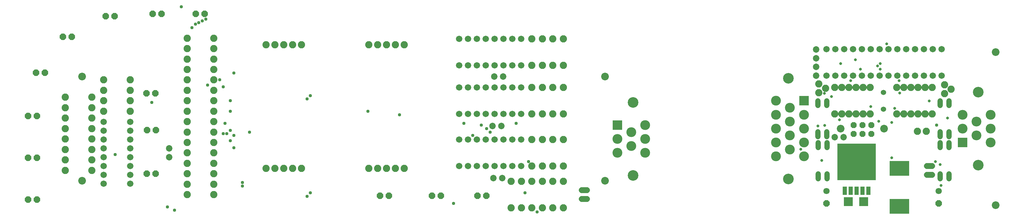
<source format=gts>
%MOIN*%
%OFA0B0*%
%FSLAX34Y34*%
%IPPOS*%
%LPD*%
%AMOC8*
5,1,8,0,0,$1,22.5*%
%AMOC80*
5,1,8,0,0,$1,22.5*%
%ADD10C,0.086740157480314953*%
%ADD11C,0.060000000000000005*%
%ADD12C,0.082000000000000017*%
%ADD13C,0.072000000000000008*%
%ADD14C,0.060000000000000005*%
%ADD15C,0.073000000000000009*%
%ADD16R,0.10248818897637797X0.10248818897637797*%
%ADD17R,0.22453543307086615X0.16548031496062993*%
%ADD18R,0.43319685039370082X0.41784251968503944*%
%ADD19R,0.05X0.093000000000000013*%
%ADD20R,0.11134645669291339X0.11134645669291339*%
%ADD21C,0.11134645669291339*%
%ADD22C,0.12020472440944882*%
%ADD23P,0.076849685039370091X8X292.5*%
%ADD24C,0.071*%
%ADD25C,0.068*%
%ADD26P,0.073602519685039378X8X22.5*%
%ADD27C,0.037779527559055122*%
%ADD28C,0.031874015748031496*%
%ADD39C,0.086740157480314953*%
%ADD40P,0.080096850393700791X8X22.5*%
%ADD41C,0.082000000000000017*%
%ADD42C,0.072000000000000008*%
%ADD43C,0.073000000000000009*%
%ADD44C,0.068*%
%ADD45R,0.11134645669291339X0.11134645669291339*%
%ADD46C,0.11134645669291339*%
%ADD47C,0.12020472440944882*%
%ADD48C,0.037779527559055122*%
G75*
%LPD*%
G01*
D10*
X0090551Y0005905D02*
X0116929Y0024409D03*
X0099409Y0015748D03*
X0116929Y0007086D03*
X0104330Y0015748D03*
D11*
X0096874Y0010610D02*
X0096874Y0010090D01*
X0097874Y0010090D02*
X0097874Y0010610D01*
X0097874Y0013610D02*
X0097874Y0014130D01*
X0096874Y0014130D02*
X0096874Y0013610D01*
D12*
X0098740Y0020397D03*
X0098740Y0017397D03*
X0099543Y0017397D03*
X0099543Y0020397D03*
D11*
X0110641Y0015370D02*
X0110641Y0014850D01*
X0111641Y0014850D02*
X0111641Y0015370D01*
X0111641Y0018370D02*
X0111641Y0018890D01*
X0110641Y0018890D02*
X0110641Y0018370D01*
D12*
X0111141Y0020716D03*
X0111891Y0020216D03*
X0111141Y0019716D03*
X0108960Y0017397D03*
X0108960Y0020397D03*
D11*
X0096862Y0015370D02*
X0096862Y0014850D01*
X0097862Y0014850D02*
X0097862Y0015370D01*
X0097862Y0018370D02*
X0097862Y0018890D01*
X0096862Y0018890D02*
X0096862Y0018370D01*
D12*
X0096968Y0020814D03*
X0097718Y0020314D03*
X0096968Y0019814D03*
X0100347Y0017397D03*
X0100347Y0020397D03*
D11*
X0110641Y0010610D02*
X0110641Y0010090D01*
X0111641Y0010090D02*
X0111641Y0010610D01*
X0111641Y0013610D02*
X0111641Y0014130D01*
X0110641Y0014130D02*
X0110641Y0013610D01*
D12*
X0108156Y0020397D03*
X0108156Y0017397D03*
X0101151Y0020397D03*
X0101151Y0017397D03*
X0107352Y0017397D03*
X0107352Y0020397D03*
X0106549Y0020397D03*
X0106549Y0017397D03*
D13*
X0110830Y0024728D03*
X0109830Y0024728D03*
X0108830Y0024728D03*
X0107830Y0024728D03*
X0106830Y0024728D03*
X0105830Y0024728D03*
X0104830Y0024728D03*
X0103830Y0024728D03*
X0102830Y0024728D03*
X0101830Y0024728D03*
X0100830Y0024728D03*
X0099830Y0024728D03*
X0098830Y0024728D03*
X0097830Y0024728D03*
X0097830Y0021728D03*
X0098830Y0021728D03*
X0099830Y0021728D03*
X0100830Y0021728D03*
X0101830Y0021728D03*
X0102830Y0021728D03*
X0103830Y0021728D03*
X0104830Y0021728D03*
X0105830Y0021728D03*
X0106830Y0021728D03*
X0107830Y0021728D03*
X0108830Y0021728D03*
X0109830Y0021728D03*
X0110830Y0021728D03*
D14*
X0104251Y0019847D03*
X0104251Y0017947D03*
D15*
X0096653Y0024712D03*
X0096653Y0023712D03*
X0096653Y0022744D03*
X0096653Y0021744D03*
D12*
X0105745Y0020397D03*
X0105745Y0017397D03*
D16*
X0100275Y0007480D03*
X0102007Y0007480D03*
D17*
X0106062Y0006925D03*
X0106062Y0011255D03*
D18*
X0101220Y0011974D03*
D19*
X0099880Y0008694D03*
X0100550Y0008694D03*
X0101220Y0008694D03*
X0101890Y0008694D03*
X0102560Y0008694D03*
D12*
X0108082Y0015433D03*
X0109082Y0015433D03*
X0102758Y0020397D03*
X0102758Y0017397D03*
D20*
X0095275Y0018897D03*
D21*
X0095275Y0017322D03*
X0095275Y0015748D03*
X0095275Y0014173D03*
X0095275Y0012598D03*
X0093700Y0018110D03*
X0093700Y0016535D03*
X0093700Y0014960D03*
X0093700Y0013385D03*
X0092125Y0018897D03*
X0092125Y0017322D03*
X0092125Y0015748D03*
X0092125Y0014173D03*
X0092125Y0012598D03*
D22*
X0093503Y0021456D03*
X0093503Y0010039D03*
D20*
X0113188Y0014173D03*
D21*
X0113188Y0015748D03*
X0113188Y0017322D03*
X0114763Y0014960D03*
X0114763Y0016535D03*
X0116338Y0014173D03*
X0116338Y0015748D03*
X0116338Y0017322D03*
D22*
X0114960Y0011614D03*
X0114960Y0019881D03*
D23*
X0097814Y0007272D03*
D24*
X0097814Y0008672D03*
D23*
X0110472Y0007272D03*
D24*
X0110472Y0008672D03*
D12*
X0101954Y0017397D03*
X0101954Y0020397D03*
X0109763Y0017397D03*
X0109763Y0020397D03*
D25*
X0109748Y0011523D02*
X0109148Y0011523D01*
X0109148Y0010523D02*
X0109748Y0010523D01*
D26*
X0100870Y0015129D03*
X0100870Y0016129D03*
X0101870Y0015129D03*
X0101870Y0016129D03*
X0102870Y0015129D03*
X0102870Y0016129D03*
D15*
X0099751Y0014763D03*
X0098751Y0014763D03*
D27*
X0110236Y0016141D03*
D28*
X0097626Y0016102D03*
X0096863Y0016033D03*
X0110668Y0011663D03*
X0097280Y0012148D03*
X0101095Y0023525D03*
X0103870Y0023109D03*
X0106020Y0021166D03*
X0097598Y0019747D03*
X0099430Y0023109D03*
X0100540Y0021166D03*
X0104633Y0025329D03*
X0094921Y0013397D03*
X0101650Y0022484D03*
X0103870Y0022484D03*
X0106090Y0019779D03*
X0109419Y0018877D03*
X0111500Y0016935D03*
X0103592Y0022831D03*
X0110737Y0009304D03*
X0102829Y0018253D03*
X0110113Y0012010D03*
X0099291Y0016727D03*
X0098390Y0019363D03*
X0105188Y0016449D03*
X0103731Y0016588D03*
X0105535Y0018045D03*
X0105188Y0012426D03*
G04 next file*
%LPD*%
G04 EAGLE Gerber RS-274X export*
G75*
G01*
D39*
X0005905Y0005905D02*
X0013779Y0009842D03*
X0013779Y0021653D03*
X0072834Y0009842D03*
X0072834Y0021653D03*
D40*
X0007672Y0007712D03*
X0008672Y0007712D03*
X0053271Y0008133D03*
X0054271Y0008133D03*
X0047429Y0008133D03*
X0048429Y0008133D03*
X0021082Y0010629D03*
X0022082Y0010629D03*
X0021106Y0015570D03*
X0022106Y0015570D03*
X0021051Y0019724D03*
X0022051Y0019724D03*
X0007672Y0012437D03*
X0008672Y0012437D03*
X0007672Y0017161D03*
X0008672Y0017161D03*
X0008573Y0022086D03*
X0009573Y0022086D03*
X0011609Y0026141D03*
X0012609Y0026141D03*
X0016452Y0028460D03*
X0017452Y0028460D03*
X0021749Y0028736D03*
X0022749Y0028736D03*
X0026614Y0028736D03*
X0027614Y0028736D03*
X0058405Y0008133D03*
X0059405Y0008133D03*
D41*
X0038566Y0025224D03*
X0037566Y0025224D03*
X0036566Y0025224D03*
X0035566Y0025224D03*
X0034566Y0025224D03*
X0038566Y0011224D03*
X0037566Y0011224D03*
X0036566Y0011224D03*
X0035566Y0011224D03*
X0034566Y0011224D03*
X0050137Y0025224D03*
X0049137Y0025224D03*
X0048137Y0025224D03*
X0047137Y0025224D03*
X0046137Y0025224D03*
X0050137Y0011224D03*
X0049137Y0011224D03*
X0048137Y0011224D03*
X0047137Y0011224D03*
X0046137Y0011224D03*
X0064566Y0025909D03*
X0064566Y0022909D03*
X0065748Y0025909D03*
X0065748Y0022909D03*
X0064566Y0017397D03*
X0064566Y0020397D03*
X0065748Y0017397D03*
X0065748Y0020397D03*
X0064566Y0011492D03*
X0064566Y0014492D03*
X0016216Y0021259D03*
X0019216Y0021259D03*
X0019216Y0020078D03*
X0016216Y0020078D03*
X0065748Y0011492D03*
X0065748Y0014492D03*
X0066929Y0022909D03*
X0066929Y0025909D03*
X0066929Y0020397D03*
X0066929Y0017397D03*
X0066929Y0014492D03*
X0066929Y0011492D03*
X0016216Y0018897D03*
X0019216Y0018897D03*
X0068110Y0025909D03*
X0068110Y0022909D03*
X0068110Y0017397D03*
X0068110Y0020397D03*
X0068110Y0011492D03*
X0068110Y0014492D03*
X0016216Y0017716D03*
X0019216Y0017716D03*
X0025665Y0024803D03*
X0028665Y0024803D03*
X0025665Y0025984D03*
X0028665Y0025984D03*
X0025665Y0017716D03*
X0028665Y0017716D03*
X0025665Y0018897D03*
X0028665Y0018897D03*
X0025665Y0023622D03*
X0028665Y0023622D03*
X0025665Y0021259D03*
X0028665Y0021259D03*
X0025665Y0022440D03*
X0028665Y0022440D03*
X0025665Y0020078D03*
X0028665Y0020078D03*
X0028665Y0012992D03*
X0025665Y0012992D03*
X0028665Y0011811D03*
X0025665Y0011811D03*
X0025665Y0009448D03*
X0028665Y0009448D03*
X0025665Y0008267D03*
X0028665Y0008267D03*
X0028665Y0014173D03*
X0025665Y0014173D03*
X0028665Y0016535D03*
X0025665Y0016535D03*
X0028665Y0015354D03*
X0025665Y0015354D03*
X0025665Y0010629D03*
X0028665Y0010629D03*
X0014885Y0012204D03*
X0011885Y0012204D03*
X0014885Y0011023D03*
X0011885Y0011023D03*
X0014885Y0016929D03*
X0011885Y0016929D03*
X0014885Y0015748D03*
X0011885Y0015748D03*
X0014885Y0014566D03*
X0011885Y0014566D03*
X0014885Y0019291D03*
X0011885Y0019291D03*
X0014885Y0018110D03*
X0011885Y0018110D03*
X0014885Y0013385D03*
X0011885Y0013385D03*
X0064566Y0006767D03*
X0064566Y0009767D03*
X0065748Y0009767D03*
X0065748Y0006767D03*
X0066929Y0009767D03*
X0066929Y0006767D03*
X0063385Y0006767D03*
X0063385Y0009767D03*
X0062204Y0006767D03*
X0062204Y0009767D03*
X0068110Y0009767D03*
X0068110Y0006767D03*
D42*
X0056342Y0025909D03*
X0057342Y0025909D03*
X0058342Y0025909D03*
X0059342Y0025909D03*
X0060342Y0025909D03*
X0061342Y0025909D03*
X0062342Y0025909D03*
X0063342Y0025909D03*
X0063342Y0022909D03*
X0062342Y0022909D03*
X0061342Y0022909D03*
X0060342Y0022909D03*
X0059342Y0022909D03*
X0058342Y0022909D03*
X0057342Y0022909D03*
X0056342Y0022909D03*
X0056342Y0020397D03*
X0057342Y0020397D03*
X0058342Y0020397D03*
X0059342Y0020397D03*
X0060342Y0020397D03*
X0061342Y0020397D03*
X0062342Y0020397D03*
X0063342Y0020397D03*
X0063342Y0017397D03*
X0062342Y0017397D03*
X0061342Y0017397D03*
X0060342Y0017397D03*
X0059342Y0017397D03*
X0058342Y0017397D03*
X0057342Y0017397D03*
X0056342Y0017397D03*
X0016216Y0009492D03*
X0016216Y0010492D03*
X0016216Y0011492D03*
X0016216Y0012492D03*
X0016216Y0013492D03*
X0016216Y0014492D03*
X0016216Y0015492D03*
X0016216Y0016492D03*
X0019216Y0016492D03*
X0019216Y0015492D03*
X0019216Y0014492D03*
X0019216Y0013492D03*
X0019216Y0012492D03*
X0019216Y0011492D03*
X0019216Y0010492D03*
X0019216Y0009492D03*
X0056342Y0014492D03*
X0057342Y0014492D03*
X0058342Y0014492D03*
X0059342Y0014492D03*
X0060342Y0014492D03*
X0061342Y0014492D03*
X0062342Y0014492D03*
X0063342Y0014492D03*
X0063342Y0011492D03*
X0062342Y0011492D03*
X0061342Y0011492D03*
X0060342Y0011492D03*
X0059342Y0011492D03*
X0058342Y0011492D03*
X0057342Y0011492D03*
X0056342Y0011492D03*
D43*
X0060326Y0021653D03*
X0061326Y0021653D03*
X0060129Y0016043D03*
X0061129Y0016043D03*
X0023622Y0013492D03*
X0023622Y0012492D03*
X0060228Y0010137D03*
X0061228Y0010137D03*
D44*
X0070172Y0008767D02*
X0070772Y0008767D01*
X0070772Y0007767D02*
X0070172Y0007767D01*
D45*
X0074212Y0016141D03*
D46*
X0074212Y0014566D03*
X0074212Y0012992D03*
X0075787Y0015354D03*
X0075787Y0013779D03*
X0077362Y0016141D03*
X0077362Y0014566D03*
X0077362Y0012992D03*
D47*
X0075984Y0018700D03*
X0075984Y0010433D03*
D48*
X0062795Y0016338D03*
X0026181Y0027165D03*
X0026574Y0027559D03*
X0026968Y0027755D03*
X0027362Y0027952D03*
X0027755Y0028149D03*
X0025000Y0029527D03*
X0029921Y0016338D03*
X0049606Y0017322D03*
X0029330Y0021259D03*
X0027952Y0020669D03*
X0056889Y0016338D03*
X0029724Y0015157D03*
X0057874Y0014960D03*
X0030905Y0014960D03*
X0030905Y0013582D03*
X0058858Y0016141D03*
X0030511Y0015551D03*
X0030511Y0014370D03*
X0039566Y0019488D03*
X0039566Y0008464D03*
X0039173Y0019094D03*
X0039173Y0008070D03*
X0059448Y0015748D03*
X0030118Y0015157D03*
X0030511Y0018897D03*
X0030511Y0017716D03*
X0064173Y0012007D03*
X0065157Y0006299D03*
X0024212Y0006496D03*
X0055708Y0007283D03*
X0017519Y0012795D03*
X0059842Y0015354D03*
X0032677Y0015354D03*
X0030905Y0022047D03*
X0021653Y0018700D03*
X0031889Y0009251D03*
X0023425Y0006889D03*
X0063779Y0008464D03*
X0029724Y0020472D03*
X0046062Y0017716D03*
X0031889Y0009645D03*
M02*
</source>
